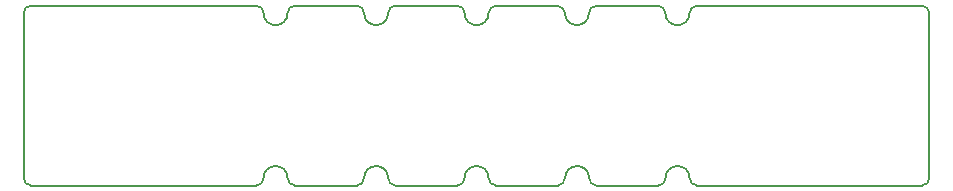
<source format=gbr>
G04 #@! TF.GenerationSoftware,KiCad,Pcbnew,(5.0.0)*
G04 #@! TF.CreationDate,2019-11-08T17:11:36-06:00*
G04 #@! TF.ProjectId,TC2050_adapter,5443323035305F616461707465722E6B,rev?*
G04 #@! TF.SameCoordinates,Original*
G04 #@! TF.FileFunction,Profile,NP*
%FSLAX46Y46*%
G04 Gerber Fmt 4.6, Leading zero omitted, Abs format (unit mm)*
G04 Created by KiCad (PCBNEW (5.0.0)) date 11/08/19 17:11:36*
%MOMM*%
%LPD*%
G01*
G04 APERTURE LIST*
%ADD10C,0.150000*%
G04 APERTURE END LIST*
D10*
X82423000Y-40640000D02*
X101472999Y-40640000D01*
X73914000Y-40640000D02*
X79121000Y-40640000D01*
X65405000Y-40640000D02*
X70612000Y-40640000D01*
X56896000Y-40640000D02*
X62103000Y-40640000D01*
X48387000Y-40640000D02*
X53594000Y-40640000D01*
X82423000Y-40640000D02*
G75*
G02X81788000Y-40005000I0J635000D01*
G01*
X79756000Y-40005000D02*
G75*
G02X79121000Y-40640000I-635000J0D01*
G01*
X73914000Y-40640000D02*
G75*
G02X73279000Y-40005000I0J635000D01*
G01*
X71231017Y-39989017D02*
G75*
G02X70612000Y-40640000I-635000J-15983D01*
G01*
X79756000Y-40005000D02*
G75*
G02X81787998Y-40005000I1015999J0D01*
G01*
X71247001Y-40005000D02*
G75*
G02X73278999Y-40005000I1015999J0D01*
G01*
X64770000Y-26035000D02*
G75*
G02X62738000Y-26035000I-1016000J0D01*
G01*
X56896000Y-40640000D02*
G75*
G02X56261000Y-40005000I0J635000D01*
G01*
X54229000Y-40005000D02*
G75*
G02X53594000Y-40640000I-635000J0D01*
G01*
X62738002Y-40005000D02*
G75*
G02X64770000Y-40005000I1015999J0D01*
G01*
X45720001Y-40005000D02*
G75*
G02X47751999Y-40005000I1015999J0D01*
G01*
X48387000Y-40640000D02*
G75*
G02X47752000Y-40005000I0J635000D01*
G01*
X45720000Y-40005000D02*
G75*
G02X45085000Y-40640000I-635000J0D01*
G01*
X54229001Y-40005000D02*
G75*
G02X56260999Y-40005000I1015999J0D01*
G01*
X56261000Y-26035000D02*
G75*
G02X54229000Y-26035000I-1016000J0D01*
G01*
X73263017Y-26035000D02*
G75*
G02X71231017Y-26035000I-1016000J0D01*
G01*
X81772018Y-26034999D02*
G75*
G02X79740018Y-26035001I-1016000J-1D01*
G01*
X47752000Y-26035000D02*
G75*
G02X45720000Y-26035000I-1016000J0D01*
G01*
X56896000Y-25400000D02*
X62103000Y-25400000D01*
X62738000Y-40005000D02*
G75*
G02X62103000Y-40640000I-635000J0D01*
G01*
X64770000Y-26055882D02*
G75*
G02X65405001Y-25420885I634999J-2D01*
G01*
X65389019Y-25420885D02*
X70596019Y-25420885D01*
X70596017Y-25420884D02*
G75*
G02X71231017Y-26055884I0J-635000D01*
G01*
X65405000Y-40640000D02*
G75*
G02X64770000Y-40005000I0J635000D01*
G01*
X62103000Y-25400000D02*
G75*
G02X62738000Y-26035000I0J-635000D01*
G01*
X56261000Y-26035000D02*
G75*
G02X56896000Y-25400000I635000J0D01*
G01*
X73263017Y-26055884D02*
G75*
G02X73898018Y-25420885I635000J-1D01*
G01*
X73898018Y-25420885D02*
X79105018Y-25420885D01*
X79105017Y-25420885D02*
G75*
G02X79740017Y-26055885I0J-635000D01*
G01*
X48387000Y-25400000D02*
X53594000Y-25400000D01*
X53594000Y-25400000D02*
G75*
G02X54229000Y-26035000I0J-635000D01*
G01*
X47752000Y-26035000D02*
G75*
G02X48387000Y-25400000I635000J0D01*
G01*
X102092018Y-26055885D02*
X102092018Y-40025885D01*
X82407018Y-25420884D02*
X101457017Y-25420884D01*
X101457017Y-25420884D02*
G75*
G02X102092018Y-26055885I0J-635001D01*
G01*
X102092016Y-40005003D02*
G75*
G02X101457017Y-40640000I-634998J1D01*
G01*
X81772017Y-26055885D02*
G75*
G02X82407018Y-25420884I635001J0D01*
G01*
X26035000Y-40640000D02*
G75*
G02X25400000Y-40005000I0J635000D01*
G01*
X45085000Y-25400000D02*
G75*
G02X45720000Y-26035000I0J-635000D01*
G01*
X25400000Y-26035000D02*
G75*
G02X26035000Y-25400000I635000J0D01*
G01*
X25400000Y-40005000D02*
X25400000Y-26035000D01*
X45085000Y-40640000D02*
X26035000Y-40640000D01*
X26035000Y-25400000D02*
X45085000Y-25400000D01*
M02*

</source>
